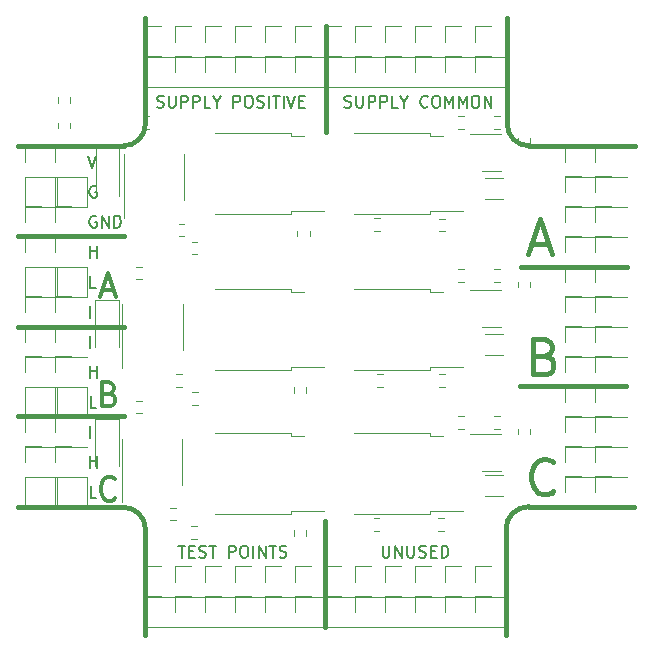
<source format=gbr>
%TF.GenerationSoftware,KiCad,Pcbnew,7.0.5*%
%TF.CreationDate,2024-12-02T20:01:48-05:00*%
%TF.ProjectId,eddie_bldc,65646469-655f-4626-9c64-632e6b696361,rev?*%
%TF.SameCoordinates,Original*%
%TF.FileFunction,Legend,Top*%
%TF.FilePolarity,Positive*%
%FSLAX46Y46*%
G04 Gerber Fmt 4.6, Leading zero omitted, Abs format (unit mm)*
G04 Created by KiCad (PCBNEW 7.0.5) date 2024-12-02 20:01:48*
%MOMM*%
%LPD*%
G01*
G04 APERTURE LIST*
%ADD10C,0.450000*%
%ADD11C,0.150000*%
%ADD12C,0.300000*%
%ADD13C,0.120000*%
G04 APERTURE END LIST*
D10*
X21530243Y-53975000D02*
G75*
G03*
X19685000Y-52129757I-1845243J0D01*
G01*
X53975000Y-52070000D02*
G75*
G03*
X52070000Y-53975000I0J-1905000D01*
G01*
X52164326Y-19685000D02*
G75*
G03*
X54010301Y-21530975I1845975J0D01*
G01*
X19685000Y-21530243D02*
G75*
G03*
X21530243Y-19685000I0J1845243D01*
G01*
D11*
X24323922Y-55384819D02*
X24895350Y-55384819D01*
X24609636Y-56384819D02*
X24609636Y-55384819D01*
X25228684Y-55861009D02*
X25562017Y-55861009D01*
X25704874Y-56384819D02*
X25228684Y-56384819D01*
X25228684Y-56384819D02*
X25228684Y-55384819D01*
X25228684Y-55384819D02*
X25704874Y-55384819D01*
X26085827Y-56337200D02*
X26228684Y-56384819D01*
X26228684Y-56384819D02*
X26466779Y-56384819D01*
X26466779Y-56384819D02*
X26562017Y-56337200D01*
X26562017Y-56337200D02*
X26609636Y-56289580D01*
X26609636Y-56289580D02*
X26657255Y-56194342D01*
X26657255Y-56194342D02*
X26657255Y-56099104D01*
X26657255Y-56099104D02*
X26609636Y-56003866D01*
X26609636Y-56003866D02*
X26562017Y-55956247D01*
X26562017Y-55956247D02*
X26466779Y-55908628D01*
X26466779Y-55908628D02*
X26276303Y-55861009D01*
X26276303Y-55861009D02*
X26181065Y-55813390D01*
X26181065Y-55813390D02*
X26133446Y-55765771D01*
X26133446Y-55765771D02*
X26085827Y-55670533D01*
X26085827Y-55670533D02*
X26085827Y-55575295D01*
X26085827Y-55575295D02*
X26133446Y-55480057D01*
X26133446Y-55480057D02*
X26181065Y-55432438D01*
X26181065Y-55432438D02*
X26276303Y-55384819D01*
X26276303Y-55384819D02*
X26514398Y-55384819D01*
X26514398Y-55384819D02*
X26657255Y-55432438D01*
X26942970Y-55384819D02*
X27514398Y-55384819D01*
X27228684Y-56384819D02*
X27228684Y-55384819D01*
X28609637Y-56384819D02*
X28609637Y-55384819D01*
X28609637Y-55384819D02*
X28990589Y-55384819D01*
X28990589Y-55384819D02*
X29085827Y-55432438D01*
X29085827Y-55432438D02*
X29133446Y-55480057D01*
X29133446Y-55480057D02*
X29181065Y-55575295D01*
X29181065Y-55575295D02*
X29181065Y-55718152D01*
X29181065Y-55718152D02*
X29133446Y-55813390D01*
X29133446Y-55813390D02*
X29085827Y-55861009D01*
X29085827Y-55861009D02*
X28990589Y-55908628D01*
X28990589Y-55908628D02*
X28609637Y-55908628D01*
X29800113Y-55384819D02*
X29990589Y-55384819D01*
X29990589Y-55384819D02*
X30085827Y-55432438D01*
X30085827Y-55432438D02*
X30181065Y-55527676D01*
X30181065Y-55527676D02*
X30228684Y-55718152D01*
X30228684Y-55718152D02*
X30228684Y-56051485D01*
X30228684Y-56051485D02*
X30181065Y-56241961D01*
X30181065Y-56241961D02*
X30085827Y-56337200D01*
X30085827Y-56337200D02*
X29990589Y-56384819D01*
X29990589Y-56384819D02*
X29800113Y-56384819D01*
X29800113Y-56384819D02*
X29704875Y-56337200D01*
X29704875Y-56337200D02*
X29609637Y-56241961D01*
X29609637Y-56241961D02*
X29562018Y-56051485D01*
X29562018Y-56051485D02*
X29562018Y-55718152D01*
X29562018Y-55718152D02*
X29609637Y-55527676D01*
X29609637Y-55527676D02*
X29704875Y-55432438D01*
X29704875Y-55432438D02*
X29800113Y-55384819D01*
X30657256Y-56384819D02*
X30657256Y-55384819D01*
X31133446Y-56384819D02*
X31133446Y-55384819D01*
X31133446Y-55384819D02*
X31704874Y-56384819D01*
X31704874Y-56384819D02*
X31704874Y-55384819D01*
X32038208Y-55384819D02*
X32609636Y-55384819D01*
X32323922Y-56384819D02*
X32323922Y-55384819D01*
X32895351Y-56337200D02*
X33038208Y-56384819D01*
X33038208Y-56384819D02*
X33276303Y-56384819D01*
X33276303Y-56384819D02*
X33371541Y-56337200D01*
X33371541Y-56337200D02*
X33419160Y-56289580D01*
X33419160Y-56289580D02*
X33466779Y-56194342D01*
X33466779Y-56194342D02*
X33466779Y-56099104D01*
X33466779Y-56099104D02*
X33419160Y-56003866D01*
X33419160Y-56003866D02*
X33371541Y-55956247D01*
X33371541Y-55956247D02*
X33276303Y-55908628D01*
X33276303Y-55908628D02*
X33085827Y-55861009D01*
X33085827Y-55861009D02*
X32990589Y-55813390D01*
X32990589Y-55813390D02*
X32942970Y-55765771D01*
X32942970Y-55765771D02*
X32895351Y-55670533D01*
X32895351Y-55670533D02*
X32895351Y-55575295D01*
X32895351Y-55575295D02*
X32942970Y-55480057D01*
X32942970Y-55480057D02*
X32990589Y-55432438D01*
X32990589Y-55432438D02*
X33085827Y-55384819D01*
X33085827Y-55384819D02*
X33323922Y-55384819D01*
X33323922Y-55384819D02*
X33466779Y-55432438D01*
X41611779Y-55384819D02*
X41611779Y-56194342D01*
X41611779Y-56194342D02*
X41659398Y-56289580D01*
X41659398Y-56289580D02*
X41707017Y-56337200D01*
X41707017Y-56337200D02*
X41802255Y-56384819D01*
X41802255Y-56384819D02*
X41992731Y-56384819D01*
X41992731Y-56384819D02*
X42087969Y-56337200D01*
X42087969Y-56337200D02*
X42135588Y-56289580D01*
X42135588Y-56289580D02*
X42183207Y-56194342D01*
X42183207Y-56194342D02*
X42183207Y-55384819D01*
X42659398Y-56384819D02*
X42659398Y-55384819D01*
X42659398Y-55384819D02*
X43230826Y-56384819D01*
X43230826Y-56384819D02*
X43230826Y-55384819D01*
X43707017Y-55384819D02*
X43707017Y-56194342D01*
X43707017Y-56194342D02*
X43754636Y-56289580D01*
X43754636Y-56289580D02*
X43802255Y-56337200D01*
X43802255Y-56337200D02*
X43897493Y-56384819D01*
X43897493Y-56384819D02*
X44087969Y-56384819D01*
X44087969Y-56384819D02*
X44183207Y-56337200D01*
X44183207Y-56337200D02*
X44230826Y-56289580D01*
X44230826Y-56289580D02*
X44278445Y-56194342D01*
X44278445Y-56194342D02*
X44278445Y-55384819D01*
X44707017Y-56337200D02*
X44849874Y-56384819D01*
X44849874Y-56384819D02*
X45087969Y-56384819D01*
X45087969Y-56384819D02*
X45183207Y-56337200D01*
X45183207Y-56337200D02*
X45230826Y-56289580D01*
X45230826Y-56289580D02*
X45278445Y-56194342D01*
X45278445Y-56194342D02*
X45278445Y-56099104D01*
X45278445Y-56099104D02*
X45230826Y-56003866D01*
X45230826Y-56003866D02*
X45183207Y-55956247D01*
X45183207Y-55956247D02*
X45087969Y-55908628D01*
X45087969Y-55908628D02*
X44897493Y-55861009D01*
X44897493Y-55861009D02*
X44802255Y-55813390D01*
X44802255Y-55813390D02*
X44754636Y-55765771D01*
X44754636Y-55765771D02*
X44707017Y-55670533D01*
X44707017Y-55670533D02*
X44707017Y-55575295D01*
X44707017Y-55575295D02*
X44754636Y-55480057D01*
X44754636Y-55480057D02*
X44802255Y-55432438D01*
X44802255Y-55432438D02*
X44897493Y-55384819D01*
X44897493Y-55384819D02*
X45135588Y-55384819D01*
X45135588Y-55384819D02*
X45278445Y-55432438D01*
X45707017Y-55861009D02*
X46040350Y-55861009D01*
X46183207Y-56384819D02*
X45707017Y-56384819D01*
X45707017Y-56384819D02*
X45707017Y-55384819D01*
X45707017Y-55384819D02*
X46183207Y-55384819D01*
X46611779Y-56384819D02*
X46611779Y-55384819D01*
X46611779Y-55384819D02*
X46849874Y-55384819D01*
X46849874Y-55384819D02*
X46992731Y-55432438D01*
X46992731Y-55432438D02*
X47087969Y-55527676D01*
X47087969Y-55527676D02*
X47135588Y-55622914D01*
X47135588Y-55622914D02*
X47183207Y-55813390D01*
X47183207Y-55813390D02*
X47183207Y-55956247D01*
X47183207Y-55956247D02*
X47135588Y-56146723D01*
X47135588Y-56146723D02*
X47087969Y-56241961D01*
X47087969Y-56241961D02*
X46992731Y-56337200D01*
X46992731Y-56337200D02*
X46849874Y-56384819D01*
X46849874Y-56384819D02*
X46611779Y-56384819D01*
D10*
X52070000Y-53975000D02*
X52070000Y-62925000D01*
X36770000Y-53280000D02*
X36770000Y-62230000D01*
X21530243Y-53975000D02*
X21530243Y-62925000D01*
D12*
X18971389Y-51378678D02*
X18876151Y-51473917D01*
X18876151Y-51473917D02*
X18590437Y-51569155D01*
X18590437Y-51569155D02*
X18399961Y-51569155D01*
X18399961Y-51569155D02*
X18114246Y-51473917D01*
X18114246Y-51473917D02*
X17923770Y-51283440D01*
X17923770Y-51283440D02*
X17828532Y-51092964D01*
X17828532Y-51092964D02*
X17733294Y-50712012D01*
X17733294Y-50712012D02*
X17733294Y-50426297D01*
X17733294Y-50426297D02*
X17828532Y-50045345D01*
X17828532Y-50045345D02*
X17923770Y-49854869D01*
X17923770Y-49854869D02*
X18114246Y-49664393D01*
X18114246Y-49664393D02*
X18399961Y-49569155D01*
X18399961Y-49569155D02*
X18590437Y-49569155D01*
X18590437Y-49569155D02*
X18876151Y-49664393D01*
X18876151Y-49664393D02*
X18971389Y-49759631D01*
X18485225Y-42507019D02*
X18770939Y-42602257D01*
X18770939Y-42602257D02*
X18866177Y-42697495D01*
X18866177Y-42697495D02*
X18961415Y-42887971D01*
X18961415Y-42887971D02*
X18961415Y-43173685D01*
X18961415Y-43173685D02*
X18866177Y-43364161D01*
X18866177Y-43364161D02*
X18770939Y-43459400D01*
X18770939Y-43459400D02*
X18580463Y-43554638D01*
X18580463Y-43554638D02*
X17818558Y-43554638D01*
X17818558Y-43554638D02*
X17818558Y-41554638D01*
X17818558Y-41554638D02*
X18485225Y-41554638D01*
X18485225Y-41554638D02*
X18675701Y-41649876D01*
X18675701Y-41649876D02*
X18770939Y-41745114D01*
X18770939Y-41745114D02*
X18866177Y-41935590D01*
X18866177Y-41935590D02*
X18866177Y-42126066D01*
X18866177Y-42126066D02*
X18770939Y-42316542D01*
X18770939Y-42316542D02*
X18675701Y-42411780D01*
X18675701Y-42411780D02*
X18485225Y-42507019D01*
X18485225Y-42507019D02*
X17818558Y-42507019D01*
X17871973Y-33722400D02*
X18824354Y-33722400D01*
X17681497Y-34293829D02*
X18348163Y-32293829D01*
X18348163Y-32293829D02*
X19014830Y-34293829D01*
D11*
X16846779Y-46224819D02*
X16846779Y-45224819D01*
X17382969Y-51304819D02*
X16906779Y-51304819D01*
X16906779Y-51304819D02*
X16906779Y-50304819D01*
X16846779Y-48764819D02*
X16846779Y-47764819D01*
X16846779Y-48241009D02*
X17418207Y-48241009D01*
X17418207Y-48764819D02*
X17418207Y-47764819D01*
X17382969Y-43684819D02*
X16906779Y-43684819D01*
X16906779Y-43684819D02*
X16906779Y-42684819D01*
X16846779Y-41144819D02*
X16846779Y-40144819D01*
X16846779Y-40621009D02*
X17418207Y-40621009D01*
X17418207Y-41144819D02*
X17418207Y-40144819D01*
X16846779Y-38604819D02*
X16846779Y-37604819D01*
X16846779Y-36064819D02*
X16846779Y-35064819D01*
X17322969Y-33524819D02*
X16846779Y-33524819D01*
X16846779Y-33524819D02*
X16846779Y-32524819D01*
X16846779Y-30984819D02*
X16846779Y-29984819D01*
X16846779Y-30461009D02*
X17418207Y-30461009D01*
X17418207Y-30984819D02*
X17418207Y-29984819D01*
X17370588Y-27492438D02*
X17275350Y-27444819D01*
X17275350Y-27444819D02*
X17132493Y-27444819D01*
X17132493Y-27444819D02*
X16989636Y-27492438D01*
X16989636Y-27492438D02*
X16894398Y-27587676D01*
X16894398Y-27587676D02*
X16846779Y-27682914D01*
X16846779Y-27682914D02*
X16799160Y-27873390D01*
X16799160Y-27873390D02*
X16799160Y-28016247D01*
X16799160Y-28016247D02*
X16846779Y-28206723D01*
X16846779Y-28206723D02*
X16894398Y-28301961D01*
X16894398Y-28301961D02*
X16989636Y-28397200D01*
X16989636Y-28397200D02*
X17132493Y-28444819D01*
X17132493Y-28444819D02*
X17227731Y-28444819D01*
X17227731Y-28444819D02*
X17370588Y-28397200D01*
X17370588Y-28397200D02*
X17418207Y-28349580D01*
X17418207Y-28349580D02*
X17418207Y-28016247D01*
X17418207Y-28016247D02*
X17227731Y-28016247D01*
X17846779Y-28444819D02*
X17846779Y-27444819D01*
X17846779Y-27444819D02*
X18418207Y-28444819D01*
X18418207Y-28444819D02*
X18418207Y-27444819D01*
X18894398Y-28444819D02*
X18894398Y-27444819D01*
X18894398Y-27444819D02*
X19132493Y-27444819D01*
X19132493Y-27444819D02*
X19275350Y-27492438D01*
X19275350Y-27492438D02*
X19370588Y-27587676D01*
X19370588Y-27587676D02*
X19418207Y-27682914D01*
X19418207Y-27682914D02*
X19465826Y-27873390D01*
X19465826Y-27873390D02*
X19465826Y-28016247D01*
X19465826Y-28016247D02*
X19418207Y-28206723D01*
X19418207Y-28206723D02*
X19370588Y-28301961D01*
X19370588Y-28301961D02*
X19275350Y-28397200D01*
X19275350Y-28397200D02*
X19132493Y-28444819D01*
X19132493Y-28444819D02*
X18894398Y-28444819D01*
X17370588Y-24952438D02*
X17275350Y-24904819D01*
X17275350Y-24904819D02*
X17132493Y-24904819D01*
X17132493Y-24904819D02*
X16989636Y-24952438D01*
X16989636Y-24952438D02*
X16894398Y-25047676D01*
X16894398Y-25047676D02*
X16846779Y-25142914D01*
X16846779Y-25142914D02*
X16799160Y-25333390D01*
X16799160Y-25333390D02*
X16799160Y-25476247D01*
X16799160Y-25476247D02*
X16846779Y-25666723D01*
X16846779Y-25666723D02*
X16894398Y-25761961D01*
X16894398Y-25761961D02*
X16989636Y-25857200D01*
X16989636Y-25857200D02*
X17132493Y-25904819D01*
X17132493Y-25904819D02*
X17227731Y-25904819D01*
X17227731Y-25904819D02*
X17370588Y-25857200D01*
X17370588Y-25857200D02*
X17418207Y-25809580D01*
X17418207Y-25809580D02*
X17418207Y-25476247D01*
X17418207Y-25476247D02*
X17227731Y-25476247D01*
X16703922Y-22364819D02*
X17037255Y-23364819D01*
X17037255Y-23364819D02*
X17370588Y-22364819D01*
D10*
X19715000Y-52130000D02*
X10765000Y-52130000D01*
X19715000Y-44390000D02*
X10765000Y-44390000D01*
X19715000Y-36890000D02*
X10765000Y-36890000D01*
X19715000Y-29150000D02*
X10765000Y-29150000D01*
X19715000Y-21530000D02*
X10765000Y-21530000D01*
X52164326Y-10735000D02*
X52164326Y-19685000D01*
X21530243Y-19685000D02*
X21530243Y-10735000D01*
X36830000Y-11400000D02*
X36830000Y-20350000D01*
X62925000Y-52070000D02*
X53975000Y-52070000D01*
X62230000Y-41850000D02*
X53280000Y-41850000D01*
X62960301Y-21530975D02*
X54010301Y-21530975D01*
X62290000Y-31810000D02*
X53340000Y-31810000D01*
X56064623Y-50758742D02*
X55921766Y-50901600D01*
X55921766Y-50901600D02*
X55493194Y-51044457D01*
X55493194Y-51044457D02*
X55207480Y-51044457D01*
X55207480Y-51044457D02*
X54778909Y-50901600D01*
X54778909Y-50901600D02*
X54493194Y-50615885D01*
X54493194Y-50615885D02*
X54350337Y-50330171D01*
X54350337Y-50330171D02*
X54207480Y-49758742D01*
X54207480Y-49758742D02*
X54207480Y-49330171D01*
X54207480Y-49330171D02*
X54350337Y-48758742D01*
X54350337Y-48758742D02*
X54493194Y-48473028D01*
X54493194Y-48473028D02*
X54778909Y-48187314D01*
X54778909Y-48187314D02*
X55207480Y-48044457D01*
X55207480Y-48044457D02*
X55493194Y-48044457D01*
X55493194Y-48044457D02*
X55921766Y-48187314D01*
X55921766Y-48187314D02*
X56064623Y-48330171D01*
X55350337Y-39313028D02*
X55778909Y-39455885D01*
X55778909Y-39455885D02*
X55921766Y-39598742D01*
X55921766Y-39598742D02*
X56064623Y-39884457D01*
X56064623Y-39884457D02*
X56064623Y-40313028D01*
X56064623Y-40313028D02*
X55921766Y-40598742D01*
X55921766Y-40598742D02*
X55778909Y-40741600D01*
X55778909Y-40741600D02*
X55493194Y-40884457D01*
X55493194Y-40884457D02*
X54350337Y-40884457D01*
X54350337Y-40884457D02*
X54350337Y-37884457D01*
X54350337Y-37884457D02*
X55350337Y-37884457D01*
X55350337Y-37884457D02*
X55636052Y-38027314D01*
X55636052Y-38027314D02*
X55778909Y-38170171D01*
X55778909Y-38170171D02*
X55921766Y-38455885D01*
X55921766Y-38455885D02*
X55921766Y-38741600D01*
X55921766Y-38741600D02*
X55778909Y-39027314D01*
X55778909Y-39027314D02*
X55636052Y-39170171D01*
X55636052Y-39170171D02*
X55350337Y-39313028D01*
X55350337Y-39313028D02*
X54350337Y-39313028D01*
X54207480Y-29867314D02*
X55636052Y-29867314D01*
X53921766Y-30724457D02*
X54921766Y-27724457D01*
X54921766Y-27724457D02*
X55921766Y-30724457D01*
D11*
X38389160Y-18237200D02*
X38532017Y-18284819D01*
X38532017Y-18284819D02*
X38770112Y-18284819D01*
X38770112Y-18284819D02*
X38865350Y-18237200D01*
X38865350Y-18237200D02*
X38912969Y-18189580D01*
X38912969Y-18189580D02*
X38960588Y-18094342D01*
X38960588Y-18094342D02*
X38960588Y-17999104D01*
X38960588Y-17999104D02*
X38912969Y-17903866D01*
X38912969Y-17903866D02*
X38865350Y-17856247D01*
X38865350Y-17856247D02*
X38770112Y-17808628D01*
X38770112Y-17808628D02*
X38579636Y-17761009D01*
X38579636Y-17761009D02*
X38484398Y-17713390D01*
X38484398Y-17713390D02*
X38436779Y-17665771D01*
X38436779Y-17665771D02*
X38389160Y-17570533D01*
X38389160Y-17570533D02*
X38389160Y-17475295D01*
X38389160Y-17475295D02*
X38436779Y-17380057D01*
X38436779Y-17380057D02*
X38484398Y-17332438D01*
X38484398Y-17332438D02*
X38579636Y-17284819D01*
X38579636Y-17284819D02*
X38817731Y-17284819D01*
X38817731Y-17284819D02*
X38960588Y-17332438D01*
X39389160Y-17284819D02*
X39389160Y-18094342D01*
X39389160Y-18094342D02*
X39436779Y-18189580D01*
X39436779Y-18189580D02*
X39484398Y-18237200D01*
X39484398Y-18237200D02*
X39579636Y-18284819D01*
X39579636Y-18284819D02*
X39770112Y-18284819D01*
X39770112Y-18284819D02*
X39865350Y-18237200D01*
X39865350Y-18237200D02*
X39912969Y-18189580D01*
X39912969Y-18189580D02*
X39960588Y-18094342D01*
X39960588Y-18094342D02*
X39960588Y-17284819D01*
X40436779Y-18284819D02*
X40436779Y-17284819D01*
X40436779Y-17284819D02*
X40817731Y-17284819D01*
X40817731Y-17284819D02*
X40912969Y-17332438D01*
X40912969Y-17332438D02*
X40960588Y-17380057D01*
X40960588Y-17380057D02*
X41008207Y-17475295D01*
X41008207Y-17475295D02*
X41008207Y-17618152D01*
X41008207Y-17618152D02*
X40960588Y-17713390D01*
X40960588Y-17713390D02*
X40912969Y-17761009D01*
X40912969Y-17761009D02*
X40817731Y-17808628D01*
X40817731Y-17808628D02*
X40436779Y-17808628D01*
X41436779Y-18284819D02*
X41436779Y-17284819D01*
X41436779Y-17284819D02*
X41817731Y-17284819D01*
X41817731Y-17284819D02*
X41912969Y-17332438D01*
X41912969Y-17332438D02*
X41960588Y-17380057D01*
X41960588Y-17380057D02*
X42008207Y-17475295D01*
X42008207Y-17475295D02*
X42008207Y-17618152D01*
X42008207Y-17618152D02*
X41960588Y-17713390D01*
X41960588Y-17713390D02*
X41912969Y-17761009D01*
X41912969Y-17761009D02*
X41817731Y-17808628D01*
X41817731Y-17808628D02*
X41436779Y-17808628D01*
X42912969Y-18284819D02*
X42436779Y-18284819D01*
X42436779Y-18284819D02*
X42436779Y-17284819D01*
X43436779Y-17808628D02*
X43436779Y-18284819D01*
X43103446Y-17284819D02*
X43436779Y-17808628D01*
X43436779Y-17808628D02*
X43770112Y-17284819D01*
X45436779Y-18189580D02*
X45389160Y-18237200D01*
X45389160Y-18237200D02*
X45246303Y-18284819D01*
X45246303Y-18284819D02*
X45151065Y-18284819D01*
X45151065Y-18284819D02*
X45008208Y-18237200D01*
X45008208Y-18237200D02*
X44912970Y-18141961D01*
X44912970Y-18141961D02*
X44865351Y-18046723D01*
X44865351Y-18046723D02*
X44817732Y-17856247D01*
X44817732Y-17856247D02*
X44817732Y-17713390D01*
X44817732Y-17713390D02*
X44865351Y-17522914D01*
X44865351Y-17522914D02*
X44912970Y-17427676D01*
X44912970Y-17427676D02*
X45008208Y-17332438D01*
X45008208Y-17332438D02*
X45151065Y-17284819D01*
X45151065Y-17284819D02*
X45246303Y-17284819D01*
X45246303Y-17284819D02*
X45389160Y-17332438D01*
X45389160Y-17332438D02*
X45436779Y-17380057D01*
X46055827Y-17284819D02*
X46246303Y-17284819D01*
X46246303Y-17284819D02*
X46341541Y-17332438D01*
X46341541Y-17332438D02*
X46436779Y-17427676D01*
X46436779Y-17427676D02*
X46484398Y-17618152D01*
X46484398Y-17618152D02*
X46484398Y-17951485D01*
X46484398Y-17951485D02*
X46436779Y-18141961D01*
X46436779Y-18141961D02*
X46341541Y-18237200D01*
X46341541Y-18237200D02*
X46246303Y-18284819D01*
X46246303Y-18284819D02*
X46055827Y-18284819D01*
X46055827Y-18284819D02*
X45960589Y-18237200D01*
X45960589Y-18237200D02*
X45865351Y-18141961D01*
X45865351Y-18141961D02*
X45817732Y-17951485D01*
X45817732Y-17951485D02*
X45817732Y-17618152D01*
X45817732Y-17618152D02*
X45865351Y-17427676D01*
X45865351Y-17427676D02*
X45960589Y-17332438D01*
X45960589Y-17332438D02*
X46055827Y-17284819D01*
X46912970Y-18284819D02*
X46912970Y-17284819D01*
X46912970Y-17284819D02*
X47246303Y-17999104D01*
X47246303Y-17999104D02*
X47579636Y-17284819D01*
X47579636Y-17284819D02*
X47579636Y-18284819D01*
X48055827Y-18284819D02*
X48055827Y-17284819D01*
X48055827Y-17284819D02*
X48389160Y-17999104D01*
X48389160Y-17999104D02*
X48722493Y-17284819D01*
X48722493Y-17284819D02*
X48722493Y-18284819D01*
X49389160Y-17284819D02*
X49579636Y-17284819D01*
X49579636Y-17284819D02*
X49674874Y-17332438D01*
X49674874Y-17332438D02*
X49770112Y-17427676D01*
X49770112Y-17427676D02*
X49817731Y-17618152D01*
X49817731Y-17618152D02*
X49817731Y-17951485D01*
X49817731Y-17951485D02*
X49770112Y-18141961D01*
X49770112Y-18141961D02*
X49674874Y-18237200D01*
X49674874Y-18237200D02*
X49579636Y-18284819D01*
X49579636Y-18284819D02*
X49389160Y-18284819D01*
X49389160Y-18284819D02*
X49293922Y-18237200D01*
X49293922Y-18237200D02*
X49198684Y-18141961D01*
X49198684Y-18141961D02*
X49151065Y-17951485D01*
X49151065Y-17951485D02*
X49151065Y-17618152D01*
X49151065Y-17618152D02*
X49198684Y-17427676D01*
X49198684Y-17427676D02*
X49293922Y-17332438D01*
X49293922Y-17332438D02*
X49389160Y-17284819D01*
X50246303Y-18284819D02*
X50246303Y-17284819D01*
X50246303Y-17284819D02*
X50817731Y-18284819D01*
X50817731Y-18284819D02*
X50817731Y-17284819D01*
X22514160Y-18237200D02*
X22657017Y-18284819D01*
X22657017Y-18284819D02*
X22895112Y-18284819D01*
X22895112Y-18284819D02*
X22990350Y-18237200D01*
X22990350Y-18237200D02*
X23037969Y-18189580D01*
X23037969Y-18189580D02*
X23085588Y-18094342D01*
X23085588Y-18094342D02*
X23085588Y-17999104D01*
X23085588Y-17999104D02*
X23037969Y-17903866D01*
X23037969Y-17903866D02*
X22990350Y-17856247D01*
X22990350Y-17856247D02*
X22895112Y-17808628D01*
X22895112Y-17808628D02*
X22704636Y-17761009D01*
X22704636Y-17761009D02*
X22609398Y-17713390D01*
X22609398Y-17713390D02*
X22561779Y-17665771D01*
X22561779Y-17665771D02*
X22514160Y-17570533D01*
X22514160Y-17570533D02*
X22514160Y-17475295D01*
X22514160Y-17475295D02*
X22561779Y-17380057D01*
X22561779Y-17380057D02*
X22609398Y-17332438D01*
X22609398Y-17332438D02*
X22704636Y-17284819D01*
X22704636Y-17284819D02*
X22942731Y-17284819D01*
X22942731Y-17284819D02*
X23085588Y-17332438D01*
X23514160Y-17284819D02*
X23514160Y-18094342D01*
X23514160Y-18094342D02*
X23561779Y-18189580D01*
X23561779Y-18189580D02*
X23609398Y-18237200D01*
X23609398Y-18237200D02*
X23704636Y-18284819D01*
X23704636Y-18284819D02*
X23895112Y-18284819D01*
X23895112Y-18284819D02*
X23990350Y-18237200D01*
X23990350Y-18237200D02*
X24037969Y-18189580D01*
X24037969Y-18189580D02*
X24085588Y-18094342D01*
X24085588Y-18094342D02*
X24085588Y-17284819D01*
X24561779Y-18284819D02*
X24561779Y-17284819D01*
X24561779Y-17284819D02*
X24942731Y-17284819D01*
X24942731Y-17284819D02*
X25037969Y-17332438D01*
X25037969Y-17332438D02*
X25085588Y-17380057D01*
X25085588Y-17380057D02*
X25133207Y-17475295D01*
X25133207Y-17475295D02*
X25133207Y-17618152D01*
X25133207Y-17618152D02*
X25085588Y-17713390D01*
X25085588Y-17713390D02*
X25037969Y-17761009D01*
X25037969Y-17761009D02*
X24942731Y-17808628D01*
X24942731Y-17808628D02*
X24561779Y-17808628D01*
X25561779Y-18284819D02*
X25561779Y-17284819D01*
X25561779Y-17284819D02*
X25942731Y-17284819D01*
X25942731Y-17284819D02*
X26037969Y-17332438D01*
X26037969Y-17332438D02*
X26085588Y-17380057D01*
X26085588Y-17380057D02*
X26133207Y-17475295D01*
X26133207Y-17475295D02*
X26133207Y-17618152D01*
X26133207Y-17618152D02*
X26085588Y-17713390D01*
X26085588Y-17713390D02*
X26037969Y-17761009D01*
X26037969Y-17761009D02*
X25942731Y-17808628D01*
X25942731Y-17808628D02*
X25561779Y-17808628D01*
X27037969Y-18284819D02*
X26561779Y-18284819D01*
X26561779Y-18284819D02*
X26561779Y-17284819D01*
X27561779Y-17808628D02*
X27561779Y-18284819D01*
X27228446Y-17284819D02*
X27561779Y-17808628D01*
X27561779Y-17808628D02*
X27895112Y-17284819D01*
X28990351Y-18284819D02*
X28990351Y-17284819D01*
X28990351Y-17284819D02*
X29371303Y-17284819D01*
X29371303Y-17284819D02*
X29466541Y-17332438D01*
X29466541Y-17332438D02*
X29514160Y-17380057D01*
X29514160Y-17380057D02*
X29561779Y-17475295D01*
X29561779Y-17475295D02*
X29561779Y-17618152D01*
X29561779Y-17618152D02*
X29514160Y-17713390D01*
X29514160Y-17713390D02*
X29466541Y-17761009D01*
X29466541Y-17761009D02*
X29371303Y-17808628D01*
X29371303Y-17808628D02*
X28990351Y-17808628D01*
X30180827Y-17284819D02*
X30371303Y-17284819D01*
X30371303Y-17284819D02*
X30466541Y-17332438D01*
X30466541Y-17332438D02*
X30561779Y-17427676D01*
X30561779Y-17427676D02*
X30609398Y-17618152D01*
X30609398Y-17618152D02*
X30609398Y-17951485D01*
X30609398Y-17951485D02*
X30561779Y-18141961D01*
X30561779Y-18141961D02*
X30466541Y-18237200D01*
X30466541Y-18237200D02*
X30371303Y-18284819D01*
X30371303Y-18284819D02*
X30180827Y-18284819D01*
X30180827Y-18284819D02*
X30085589Y-18237200D01*
X30085589Y-18237200D02*
X29990351Y-18141961D01*
X29990351Y-18141961D02*
X29942732Y-17951485D01*
X29942732Y-17951485D02*
X29942732Y-17618152D01*
X29942732Y-17618152D02*
X29990351Y-17427676D01*
X29990351Y-17427676D02*
X30085589Y-17332438D01*
X30085589Y-17332438D02*
X30180827Y-17284819D01*
X30990351Y-18237200D02*
X31133208Y-18284819D01*
X31133208Y-18284819D02*
X31371303Y-18284819D01*
X31371303Y-18284819D02*
X31466541Y-18237200D01*
X31466541Y-18237200D02*
X31514160Y-18189580D01*
X31514160Y-18189580D02*
X31561779Y-18094342D01*
X31561779Y-18094342D02*
X31561779Y-17999104D01*
X31561779Y-17999104D02*
X31514160Y-17903866D01*
X31514160Y-17903866D02*
X31466541Y-17856247D01*
X31466541Y-17856247D02*
X31371303Y-17808628D01*
X31371303Y-17808628D02*
X31180827Y-17761009D01*
X31180827Y-17761009D02*
X31085589Y-17713390D01*
X31085589Y-17713390D02*
X31037970Y-17665771D01*
X31037970Y-17665771D02*
X30990351Y-17570533D01*
X30990351Y-17570533D02*
X30990351Y-17475295D01*
X30990351Y-17475295D02*
X31037970Y-17380057D01*
X31037970Y-17380057D02*
X31085589Y-17332438D01*
X31085589Y-17332438D02*
X31180827Y-17284819D01*
X31180827Y-17284819D02*
X31418922Y-17284819D01*
X31418922Y-17284819D02*
X31561779Y-17332438D01*
X31990351Y-18284819D02*
X31990351Y-17284819D01*
X32323684Y-17284819D02*
X32895112Y-17284819D01*
X32609398Y-18284819D02*
X32609398Y-17284819D01*
X33228446Y-18284819D02*
X33228446Y-17284819D01*
X33561779Y-17284819D02*
X33895112Y-18284819D01*
X33895112Y-18284819D02*
X34228445Y-17284819D01*
X34561779Y-17761009D02*
X34895112Y-17761009D01*
X35037969Y-18284819D02*
X34561779Y-18284819D01*
X34561779Y-18284819D02*
X34561779Y-17284819D01*
X34561779Y-17284819D02*
X35037969Y-17284819D01*
D13*
%TO.C,J17*%
X34230000Y-59630000D02*
X35560000Y-59630000D01*
X34230000Y-60960000D02*
X34230000Y-59630000D01*
X34230000Y-62230000D02*
X34230000Y-62290000D01*
X34230000Y-62230000D02*
X36890000Y-62230000D01*
X34230000Y-62290000D02*
X36890000Y-62290000D01*
X36890000Y-62230000D02*
X36890000Y-62290000D01*
%TO.C,J16*%
X24070000Y-59630000D02*
X25400000Y-59630000D01*
X24070000Y-60960000D02*
X24070000Y-59630000D01*
X24070000Y-62230000D02*
X24070000Y-62290000D01*
X24070000Y-62230000D02*
X26730000Y-62230000D01*
X24070000Y-62290000D02*
X26730000Y-62290000D01*
X26730000Y-62230000D02*
X26730000Y-62290000D01*
X26610000Y-59630000D02*
X27940000Y-59630000D01*
X26610000Y-60960000D02*
X26610000Y-59630000D01*
X26610000Y-62230000D02*
X26610000Y-62290000D01*
X26610000Y-62230000D02*
X29270000Y-62230000D01*
X26610000Y-62290000D02*
X29270000Y-62290000D01*
X29270000Y-62230000D02*
X29270000Y-62290000D01*
%TO.C,J18*%
X41850000Y-59630000D02*
X43180000Y-59630000D01*
X41850000Y-60960000D02*
X41850000Y-59630000D01*
X41850000Y-62230000D02*
X41850000Y-62290000D01*
X41850000Y-62230000D02*
X44510000Y-62230000D01*
X41850000Y-62290000D02*
X44510000Y-62290000D01*
X44510000Y-62230000D02*
X44510000Y-62290000D01*
%TO.C,J16*%
X29150000Y-59630000D02*
X30480000Y-59630000D01*
X29150000Y-60960000D02*
X29150000Y-59630000D01*
X29150000Y-62230000D02*
X29150000Y-62290000D01*
X29150000Y-62230000D02*
X31810000Y-62230000D01*
X29150000Y-62290000D02*
X31810000Y-62290000D01*
X31810000Y-62230000D02*
X31810000Y-62290000D01*
X21530000Y-59630000D02*
X22860000Y-59630000D01*
X21530000Y-60960000D02*
X21530000Y-59630000D01*
X21530000Y-62230000D02*
X21530000Y-62290000D01*
X21530000Y-62230000D02*
X24190000Y-62230000D01*
X21530000Y-62290000D02*
X24190000Y-62290000D01*
X24190000Y-62230000D02*
X24190000Y-62290000D01*
%TO.C,J17*%
X39310000Y-59630000D02*
X40640000Y-59630000D01*
X39310000Y-60960000D02*
X39310000Y-59630000D01*
X39310000Y-62230000D02*
X39310000Y-62290000D01*
X39310000Y-62230000D02*
X41970000Y-62230000D01*
X39310000Y-62290000D02*
X41970000Y-62290000D01*
X41970000Y-62230000D02*
X41970000Y-62290000D01*
X31690000Y-59630000D02*
X33020000Y-59630000D01*
X31690000Y-60960000D02*
X31690000Y-59630000D01*
X31690000Y-62230000D02*
X31690000Y-62290000D01*
X31690000Y-62230000D02*
X34350000Y-62230000D01*
X31690000Y-62290000D02*
X34350000Y-62290000D01*
X34350000Y-62230000D02*
X34350000Y-62290000D01*
%TO.C,J18*%
X46930000Y-59630000D02*
X48260000Y-59630000D01*
X46930000Y-60960000D02*
X46930000Y-59630000D01*
X46930000Y-62230000D02*
X46930000Y-62290000D01*
X46930000Y-62230000D02*
X49590000Y-62230000D01*
X46930000Y-62290000D02*
X49590000Y-62290000D01*
X49590000Y-62230000D02*
X49590000Y-62290000D01*
%TO.C,J17*%
X36770000Y-59630000D02*
X38100000Y-59630000D01*
X36770000Y-60960000D02*
X36770000Y-59630000D01*
X36770000Y-62230000D02*
X36770000Y-62290000D01*
X36770000Y-62230000D02*
X39430000Y-62230000D01*
X36770000Y-62290000D02*
X39430000Y-62290000D01*
X39430000Y-62230000D02*
X39430000Y-62290000D01*
%TO.C,J18*%
X44390000Y-59630000D02*
X45720000Y-59630000D01*
X44390000Y-60960000D02*
X44390000Y-59630000D01*
X44390000Y-62230000D02*
X44390000Y-62290000D01*
X44390000Y-62230000D02*
X47050000Y-62230000D01*
X44390000Y-62290000D02*
X47050000Y-62290000D01*
X47050000Y-62230000D02*
X47050000Y-62290000D01*
X49470000Y-59630000D02*
X50800000Y-59630000D01*
X49470000Y-60960000D02*
X49470000Y-59630000D01*
X49470000Y-62230000D02*
X49470000Y-62290000D01*
X49470000Y-62230000D02*
X52130000Y-62230000D01*
X49470000Y-62290000D02*
X52130000Y-62290000D01*
X52130000Y-62230000D02*
X52130000Y-62290000D01*
%TO.C,J3*%
X11370000Y-46925000D02*
X12700000Y-46925000D01*
X11370000Y-48255000D02*
X11370000Y-46925000D01*
X11370000Y-49525000D02*
X11370000Y-52125000D01*
X11370000Y-49525000D02*
X14030000Y-49525000D01*
X11370000Y-52125000D02*
X14030000Y-52125000D01*
X14030000Y-49525000D02*
X14030000Y-52125000D01*
%TO.C,J7*%
X11370000Y-21525000D02*
X12700000Y-21525000D01*
X11370000Y-22855000D02*
X11370000Y-21525000D01*
X11370000Y-24125000D02*
X11370000Y-26725000D01*
X11370000Y-24125000D02*
X14030000Y-24125000D01*
X11370000Y-26725000D02*
X14030000Y-26725000D01*
X14030000Y-24125000D02*
X14030000Y-26725000D01*
%TO.C,J5*%
X11370000Y-36765000D02*
X12700000Y-36765000D01*
X11370000Y-38095000D02*
X11370000Y-36765000D01*
X11370000Y-39365000D02*
X11370000Y-39425000D01*
X11370000Y-39365000D02*
X14030000Y-39365000D01*
X11370000Y-39425000D02*
X14030000Y-39425000D01*
X14030000Y-39365000D02*
X14030000Y-39425000D01*
%TO.C,J1*%
X11370000Y-29145000D02*
X12700000Y-29145000D01*
X11370000Y-30475000D02*
X11370000Y-29145000D01*
X11370000Y-31745000D02*
X11370000Y-34345000D01*
X11370000Y-31745000D02*
X14030000Y-31745000D01*
X11370000Y-34345000D02*
X14030000Y-34345000D01*
X14030000Y-31745000D02*
X14030000Y-34345000D01*
%TO.C,J4*%
X11370000Y-34225000D02*
X12700000Y-34225000D01*
X11370000Y-35555000D02*
X11370000Y-34225000D01*
X11370000Y-36825000D02*
X11370000Y-36885000D01*
X11370000Y-36825000D02*
X14030000Y-36825000D01*
X11370000Y-36885000D02*
X14030000Y-36885000D01*
X14030000Y-36825000D02*
X14030000Y-36885000D01*
%TO.C,J2*%
X11370000Y-39305000D02*
X12700000Y-39305000D01*
X11370000Y-40635000D02*
X11370000Y-39305000D01*
X11370000Y-41905000D02*
X11370000Y-44505000D01*
X11370000Y-41905000D02*
X14030000Y-41905000D01*
X11370000Y-44505000D02*
X14030000Y-44505000D01*
X14030000Y-41905000D02*
X14030000Y-44505000D01*
%TO.C,J6*%
X11370000Y-44385000D02*
X12700000Y-44385000D01*
X11370000Y-45715000D02*
X11370000Y-44385000D01*
X11370000Y-46985000D02*
X11370000Y-47045000D01*
X11370000Y-46985000D02*
X14030000Y-46985000D01*
X11370000Y-47045000D02*
X14030000Y-47045000D01*
X14030000Y-46985000D02*
X14030000Y-47045000D01*
%TO.C,J13*%
X11370000Y-26605000D02*
X12700000Y-26605000D01*
X11370000Y-27935000D02*
X11370000Y-26605000D01*
X11370000Y-29205000D02*
X11370000Y-29265000D01*
X11370000Y-29205000D02*
X14030000Y-29205000D01*
X11370000Y-29265000D02*
X14030000Y-29265000D01*
X14030000Y-29205000D02*
X14030000Y-29265000D01*
X49470000Y-11370000D02*
X50800000Y-11370000D01*
X49470000Y-12700000D02*
X49470000Y-11370000D01*
X49470000Y-13970000D02*
X49470000Y-14030000D01*
X49470000Y-13970000D02*
X52130000Y-13970000D01*
X49470000Y-14030000D02*
X52130000Y-14030000D01*
X52130000Y-13970000D02*
X52130000Y-14030000D01*
%TO.C,J12*%
X24070000Y-11370000D02*
X25400000Y-11370000D01*
X24070000Y-12700000D02*
X24070000Y-11370000D01*
X24070000Y-13970000D02*
X24070000Y-14030000D01*
X24070000Y-13970000D02*
X26730000Y-13970000D01*
X24070000Y-14030000D02*
X26730000Y-14030000D01*
X26730000Y-13970000D02*
X26730000Y-14030000D01*
%TO.C,J13*%
X41850000Y-11370000D02*
X43180000Y-11370000D01*
X41850000Y-12700000D02*
X41850000Y-11370000D01*
X41850000Y-13970000D02*
X41850000Y-14030000D01*
X41850000Y-13970000D02*
X44510000Y-13970000D01*
X41850000Y-14030000D02*
X44510000Y-14030000D01*
X44510000Y-13970000D02*
X44510000Y-14030000D01*
%TO.C,J14*%
X44390000Y-11370000D02*
X45720000Y-11370000D01*
X44390000Y-12700000D02*
X44390000Y-11370000D01*
X44390000Y-13970000D02*
X44390000Y-14030000D01*
X44390000Y-13970000D02*
X47050000Y-13970000D01*
X44390000Y-14030000D02*
X47050000Y-14030000D01*
X47050000Y-13970000D02*
X47050000Y-14030000D01*
%TO.C,J12*%
X31690000Y-11370000D02*
X33020000Y-11370000D01*
X31690000Y-12700000D02*
X31690000Y-11370000D01*
X31690000Y-13970000D02*
X31690000Y-14030000D01*
X31690000Y-13970000D02*
X34350000Y-13970000D01*
X31690000Y-14030000D02*
X34350000Y-14030000D01*
X34350000Y-13970000D02*
X34350000Y-14030000D01*
%TO.C,J10*%
X34230000Y-11370000D02*
X35560000Y-11370000D01*
X34230000Y-12700000D02*
X34230000Y-11370000D01*
X34230000Y-13970000D02*
X34230000Y-14030000D01*
X34230000Y-13970000D02*
X36890000Y-13970000D01*
X34230000Y-14030000D02*
X36890000Y-14030000D01*
X36890000Y-13970000D02*
X36890000Y-14030000D01*
%TO.C,J15*%
X46930000Y-11370000D02*
X48260000Y-11370000D01*
X46930000Y-12700000D02*
X46930000Y-11370000D01*
X46930000Y-13970000D02*
X46930000Y-14030000D01*
X46930000Y-13970000D02*
X49590000Y-13970000D01*
X46930000Y-14030000D02*
X49590000Y-14030000D01*
X49590000Y-13970000D02*
X49590000Y-14030000D01*
%TO.C,J11*%
X29150000Y-11370000D02*
X30480000Y-11370000D01*
X29150000Y-12700000D02*
X29150000Y-11370000D01*
X29150000Y-13970000D02*
X29150000Y-14030000D01*
X29150000Y-13970000D02*
X31810000Y-13970000D01*
X29150000Y-14030000D02*
X31810000Y-14030000D01*
X31810000Y-13970000D02*
X31810000Y-14030000D01*
X21530000Y-11370000D02*
X22860000Y-11370000D01*
X21530000Y-12700000D02*
X21530000Y-11370000D01*
X21530000Y-13970000D02*
X21530000Y-14030000D01*
X21530000Y-13970000D02*
X24190000Y-13970000D01*
X21530000Y-14030000D02*
X24190000Y-14030000D01*
X24190000Y-13970000D02*
X24190000Y-14030000D01*
%TO.C,J14*%
X36770000Y-11370000D02*
X38100000Y-11370000D01*
X36770000Y-12700000D02*
X36770000Y-11370000D01*
X36770000Y-13970000D02*
X36770000Y-14030000D01*
X36770000Y-13970000D02*
X39430000Y-13970000D01*
X36770000Y-14030000D02*
X39430000Y-14030000D01*
X39430000Y-13970000D02*
X39430000Y-14030000D01*
%TO.C,J10*%
X26610000Y-11370000D02*
X27940000Y-11370000D01*
X26610000Y-12700000D02*
X26610000Y-11370000D01*
X26610000Y-13970000D02*
X26610000Y-14030000D01*
X26610000Y-13970000D02*
X29270000Y-13970000D01*
X26610000Y-14030000D02*
X29270000Y-14030000D01*
X29270000Y-13970000D02*
X29270000Y-14030000D01*
%TO.C,J15*%
X39310000Y-11370000D02*
X40640000Y-11370000D01*
X39310000Y-12700000D02*
X39310000Y-11370000D01*
X39310000Y-13970000D02*
X39310000Y-14030000D01*
X39310000Y-13970000D02*
X41970000Y-13970000D01*
X39310000Y-14030000D02*
X41970000Y-14030000D01*
X41970000Y-13970000D02*
X41970000Y-14030000D01*
%TO.C,J18*%
X59630000Y-46930000D02*
X60960000Y-46930000D01*
X59630000Y-48260000D02*
X59630000Y-46930000D01*
X59630000Y-49530000D02*
X59630000Y-49590000D01*
X59630000Y-49530000D02*
X62290000Y-49530000D01*
X59630000Y-49590000D02*
X62290000Y-49590000D01*
X62290000Y-49530000D02*
X62290000Y-49590000D01*
%TO.C,J17*%
X59630000Y-31690000D02*
X60960000Y-31690000D01*
X59630000Y-33020000D02*
X59630000Y-31690000D01*
X59630000Y-34290000D02*
X59630000Y-34350000D01*
X59630000Y-34290000D02*
X62290000Y-34290000D01*
X59630000Y-34350000D02*
X62290000Y-34350000D01*
X62290000Y-34290000D02*
X62290000Y-34350000D01*
%TO.C,J16*%
X59630000Y-26610000D02*
X60960000Y-26610000D01*
X59630000Y-27940000D02*
X59630000Y-26610000D01*
X59630000Y-29210000D02*
X59630000Y-29270000D01*
X59630000Y-29210000D02*
X62290000Y-29210000D01*
X59630000Y-29270000D02*
X62290000Y-29270000D01*
X62290000Y-29210000D02*
X62290000Y-29270000D01*
%TO.C,J18*%
X59630000Y-41850000D02*
X60960000Y-41850000D01*
X59630000Y-43180000D02*
X59630000Y-41850000D01*
X59630000Y-44450000D02*
X59630000Y-44510000D01*
X59630000Y-44450000D02*
X62290000Y-44450000D01*
X59630000Y-44510000D02*
X62290000Y-44510000D01*
X62290000Y-44450000D02*
X62290000Y-44510000D01*
%TO.C,J16*%
X59630000Y-29150000D02*
X60960000Y-29150000D01*
X59630000Y-30480000D02*
X59630000Y-29150000D01*
X59630000Y-31750000D02*
X59630000Y-31810000D01*
X59630000Y-31750000D02*
X62290000Y-31750000D01*
X59630000Y-31810000D02*
X62290000Y-31810000D01*
X62290000Y-31750000D02*
X62290000Y-31810000D01*
%TO.C,J17*%
X59630000Y-36770000D02*
X60960000Y-36770000D01*
X59630000Y-38100000D02*
X59630000Y-36770000D01*
X59630000Y-39370000D02*
X59630000Y-39430000D01*
X59630000Y-39370000D02*
X62290000Y-39370000D01*
X59630000Y-39430000D02*
X62290000Y-39430000D01*
X62290000Y-39370000D02*
X62290000Y-39430000D01*
%TO.C,J18*%
X59630000Y-49470000D02*
X60960000Y-49470000D01*
X59630000Y-50800000D02*
X59630000Y-49470000D01*
X59630000Y-52070000D02*
X59630000Y-52130000D01*
X59630000Y-52070000D02*
X62290000Y-52070000D01*
X59630000Y-52130000D02*
X62290000Y-52130000D01*
X62290000Y-52070000D02*
X62290000Y-52130000D01*
%TO.C,J16*%
X59630000Y-21530000D02*
X60960000Y-21530000D01*
X59630000Y-22860000D02*
X59630000Y-21530000D01*
X59630000Y-24130000D02*
X59630000Y-24190000D01*
X59630000Y-24130000D02*
X62290000Y-24130000D01*
X59630000Y-24190000D02*
X62290000Y-24190000D01*
X62290000Y-24130000D02*
X62290000Y-24190000D01*
%TO.C,J17*%
X59630000Y-34230000D02*
X60960000Y-34230000D01*
X59630000Y-35560000D02*
X59630000Y-34230000D01*
X59630000Y-36830000D02*
X59630000Y-36890000D01*
X59630000Y-36830000D02*
X62290000Y-36830000D01*
X59630000Y-36890000D02*
X62290000Y-36890000D01*
X62290000Y-36830000D02*
X62290000Y-36890000D01*
X59630000Y-39310000D02*
X60960000Y-39310000D01*
X59630000Y-40640000D02*
X59630000Y-39310000D01*
X59630000Y-41910000D02*
X59630000Y-41970000D01*
X59630000Y-41910000D02*
X62290000Y-41910000D01*
X59630000Y-41970000D02*
X62290000Y-41970000D01*
X62290000Y-41910000D02*
X62290000Y-41970000D01*
%TO.C,J16*%
X59630000Y-24070000D02*
X60960000Y-24070000D01*
X59630000Y-25400000D02*
X59630000Y-24070000D01*
X59630000Y-26670000D02*
X59630000Y-26730000D01*
X59630000Y-26670000D02*
X62290000Y-26670000D01*
X59630000Y-26730000D02*
X62290000Y-26730000D01*
X62290000Y-26670000D02*
X62290000Y-26730000D01*
%TO.C,J18*%
X59630000Y-44390000D02*
X60960000Y-44390000D01*
X59630000Y-45720000D02*
X59630000Y-44390000D01*
X59630000Y-46990000D02*
X59630000Y-47050000D01*
X59630000Y-46990000D02*
X62290000Y-46990000D01*
X59630000Y-47050000D02*
X62290000Y-47050000D01*
X62290000Y-46990000D02*
X62290000Y-47050000D01*
%TO.C,J13*%
X13910000Y-26610000D02*
X15240000Y-26610000D01*
X13910000Y-27940000D02*
X13910000Y-26610000D01*
X13910000Y-29210000D02*
X13910000Y-29270000D01*
X13910000Y-29210000D02*
X16570000Y-29210000D01*
X13910000Y-29270000D02*
X16570000Y-29270000D01*
X16570000Y-29210000D02*
X16570000Y-29270000D01*
%TO.C,D4*%
X15156879Y-19577254D02*
X15156879Y-20051770D01*
X14111879Y-19577254D02*
X14111879Y-20051770D01*
%TO.C,R9*%
X34113108Y-54559842D02*
X34113108Y-54085326D01*
X35158108Y-54559842D02*
X35158108Y-54085326D01*
%TO.C,J18*%
X44390000Y-57090000D02*
X45720000Y-57090000D01*
X44390000Y-58420000D02*
X44390000Y-57090000D01*
X44390000Y-59690000D02*
X44390000Y-59750000D01*
X44390000Y-59690000D02*
X47050000Y-59690000D01*
X44390000Y-59750000D02*
X47050000Y-59750000D01*
X47050000Y-59690000D02*
X47050000Y-59750000D01*
%TO.C,J11*%
X29150000Y-13910000D02*
X30480000Y-13910000D01*
X29150000Y-15240000D02*
X29150000Y-13910000D01*
X29150000Y-16510000D02*
X29150000Y-16570000D01*
X29150000Y-16510000D02*
X31810000Y-16510000D01*
X29150000Y-16570000D02*
X31810000Y-16570000D01*
X31810000Y-16510000D02*
X31810000Y-16570000D01*
%TO.C,D1*%
X19319206Y-21752100D02*
X17319206Y-21752100D01*
X19319206Y-21752100D02*
X19319206Y-25762100D01*
X17319206Y-21752100D02*
X17319206Y-25762100D01*
%TO.C,J14*%
X36770000Y-13910000D02*
X38100000Y-13910000D01*
X36770000Y-15240000D02*
X36770000Y-13910000D01*
X36770000Y-16510000D02*
X36770000Y-16570000D01*
X36770000Y-16510000D02*
X39430000Y-16510000D01*
X36770000Y-16570000D02*
X39430000Y-16570000D01*
X39430000Y-16510000D02*
X39430000Y-16570000D01*
%TO.C,J17*%
X36770000Y-57090000D02*
X38100000Y-57090000D01*
X36770000Y-58420000D02*
X36770000Y-57090000D01*
X36770000Y-59690000D02*
X36770000Y-59750000D01*
X36770000Y-59690000D02*
X39430000Y-59690000D01*
X36770000Y-59750000D02*
X39430000Y-59750000D01*
X39430000Y-59690000D02*
X39430000Y-59750000D01*
%TO.C,C2*%
X25939944Y-30697838D02*
X25465428Y-30697838D01*
X25939944Y-29652838D02*
X25465428Y-29652838D01*
%TO.C,U2*%
X50800000Y-20538000D02*
X49000000Y-20538000D01*
X50800000Y-20538000D02*
X51600000Y-20538000D01*
X50800000Y-23658000D02*
X50000000Y-23658000D01*
X50800000Y-23658000D02*
X51600000Y-23658000D01*
%TO.C,J15*%
X46930000Y-13910000D02*
X48260000Y-13910000D01*
X46930000Y-15240000D02*
X46930000Y-13910000D01*
X46930000Y-16510000D02*
X46930000Y-16570000D01*
X46930000Y-16510000D02*
X49590000Y-16510000D01*
X46930000Y-16570000D02*
X49590000Y-16570000D01*
X49590000Y-16510000D02*
X49590000Y-16570000D01*
%TO.C,C1*%
X24833139Y-29166876D02*
X24358623Y-29166876D01*
X24833139Y-28121876D02*
X24358623Y-28121876D01*
%TO.C,R1*%
X34386369Y-29185774D02*
X34386369Y-28711258D01*
X35431369Y-29185774D02*
X35431369Y-28711258D01*
%TO.C,J2*%
X13910000Y-39310000D02*
X15240000Y-39310000D01*
X13910000Y-40640000D02*
X13910000Y-39310000D01*
X13910000Y-41910000D02*
X13910000Y-44510000D01*
X13910000Y-41910000D02*
X16570000Y-41910000D01*
X13910000Y-44510000D02*
X16570000Y-44510000D01*
X16570000Y-41910000D02*
X16570000Y-44510000D01*
%TO.C,J11*%
X21530000Y-13910000D02*
X22860000Y-13910000D01*
X21530000Y-15240000D02*
X21530000Y-13910000D01*
X21530000Y-16510000D02*
X21530000Y-16570000D01*
X21530000Y-16510000D02*
X24190000Y-16510000D01*
X21530000Y-16570000D02*
X24190000Y-16570000D01*
X24190000Y-16510000D02*
X24190000Y-16570000D01*
%TO.C,R6*%
X46405123Y-40884092D02*
X46879639Y-40884092D01*
X46405123Y-41929092D02*
X46879639Y-41929092D01*
%TO.C,J18*%
X49470000Y-57090000D02*
X50800000Y-57090000D01*
X49470000Y-58420000D02*
X49470000Y-57090000D01*
X49470000Y-59690000D02*
X49470000Y-59750000D01*
X49470000Y-59690000D02*
X52130000Y-59690000D01*
X49470000Y-59750000D02*
X52130000Y-59750000D01*
X52130000Y-59690000D02*
X52130000Y-59750000D01*
%TO.C,R11*%
X48022742Y-44435500D02*
X48497258Y-44435500D01*
X48022742Y-45480500D02*
X48497258Y-45480500D01*
%TO.C,J15*%
X39310000Y-13910000D02*
X40640000Y-13910000D01*
X39310000Y-15240000D02*
X39310000Y-13910000D01*
X39310000Y-16510000D02*
X39310000Y-16570000D01*
X39310000Y-16510000D02*
X41970000Y-16510000D01*
X39310000Y-16570000D02*
X41970000Y-16570000D01*
X41970000Y-16510000D02*
X41970000Y-16570000D01*
%TO.C,J6*%
X13910000Y-44390000D02*
X15240000Y-44390000D01*
X13910000Y-45720000D02*
X13910000Y-44390000D01*
X13910000Y-46990000D02*
X13910000Y-47050000D01*
X13910000Y-46990000D02*
X16570000Y-46990000D01*
X13910000Y-47050000D02*
X16570000Y-47050000D01*
X16570000Y-46990000D02*
X16570000Y-47050000D01*
%TO.C,J18*%
X57090000Y-44390000D02*
X58420000Y-44390000D01*
X57090000Y-45720000D02*
X57090000Y-44390000D01*
X57090000Y-46990000D02*
X57090000Y-47050000D01*
X57090000Y-46990000D02*
X59750000Y-46990000D01*
X57090000Y-47050000D02*
X59750000Y-47050000D01*
X59750000Y-46990000D02*
X59750000Y-47050000D01*
%TO.C,U5*%
X19541061Y-48260000D02*
X19541061Y-51710000D01*
X19541061Y-48260000D02*
X19541061Y-46310000D01*
X24661061Y-48260000D02*
X24661061Y-50210000D01*
X24661061Y-48260000D02*
X24661061Y-46310000D01*
%TO.C,R3_SHUNT3*%
X50326936Y-49382000D02*
X51781064Y-49382000D01*
X50326936Y-51202000D02*
X51781064Y-51202000D01*
%TO.C,J18*%
X46930000Y-57090000D02*
X48260000Y-57090000D01*
X46930000Y-58420000D02*
X46930000Y-57090000D01*
X46930000Y-59690000D02*
X46930000Y-59750000D01*
X46930000Y-59690000D02*
X49590000Y-59690000D01*
X46930000Y-59750000D02*
X49590000Y-59750000D01*
X49590000Y-59690000D02*
X49590000Y-59750000D01*
%TO.C,J10*%
X26610000Y-13910000D02*
X27940000Y-13910000D01*
X26610000Y-15240000D02*
X26610000Y-13910000D01*
X26610000Y-16510000D02*
X26610000Y-16570000D01*
X26610000Y-16510000D02*
X29270000Y-16510000D01*
X26610000Y-16570000D02*
X29270000Y-16570000D01*
X29270000Y-16510000D02*
X29270000Y-16570000D01*
%TO.C,Q4*%
X45615000Y-40535000D02*
X45615000Y-40265000D01*
X45615000Y-40265000D02*
X48445000Y-40265000D01*
X45615000Y-33905000D02*
X46715000Y-33905000D01*
X45615000Y-33635000D02*
X45615000Y-33905000D01*
X39195000Y-40535000D02*
X45615000Y-40535000D01*
X39195000Y-33635000D02*
X45615000Y-33635000D01*
%TO.C,J17*%
X57090000Y-36770000D02*
X58420000Y-36770000D01*
X57090000Y-38100000D02*
X57090000Y-36770000D01*
X57090000Y-39370000D02*
X57090000Y-39430000D01*
X57090000Y-39370000D02*
X59750000Y-39370000D01*
X57090000Y-39430000D02*
X59750000Y-39430000D01*
X59750000Y-39370000D02*
X59750000Y-39430000D01*
%TO.C,R3_SHUNT1*%
X50326936Y-24236000D02*
X51781064Y-24236000D01*
X50326936Y-26056000D02*
X51781064Y-26056000D01*
%TO.C,J12*%
X31690000Y-13910000D02*
X33020000Y-13910000D01*
X31690000Y-15240000D02*
X31690000Y-13910000D01*
X31690000Y-16510000D02*
X31690000Y-16570000D01*
X31690000Y-16510000D02*
X34350000Y-16510000D01*
X31690000Y-16570000D02*
X34350000Y-16570000D01*
X34350000Y-16510000D02*
X34350000Y-16570000D01*
%TO.C,U3*%
X19592167Y-36863085D02*
X19592167Y-40313085D01*
X19592167Y-36863085D02*
X19592167Y-34913085D01*
X24712167Y-36863085D02*
X24712167Y-38813085D01*
X24712167Y-36863085D02*
X24712167Y-34913085D01*
%TO.C,J17*%
X57090000Y-34230000D02*
X58420000Y-34230000D01*
X57090000Y-35560000D02*
X57090000Y-34230000D01*
X57090000Y-36830000D02*
X57090000Y-36890000D01*
X57090000Y-36830000D02*
X59750000Y-36830000D01*
X57090000Y-36890000D02*
X59750000Y-36890000D01*
X59750000Y-36830000D02*
X59750000Y-36890000D01*
X39310000Y-57090000D02*
X40640000Y-57090000D01*
X39310000Y-58420000D02*
X39310000Y-57090000D01*
X39310000Y-59690000D02*
X39310000Y-59750000D01*
X39310000Y-59690000D02*
X41970000Y-59690000D01*
X39310000Y-59750000D02*
X41970000Y-59750000D01*
X41970000Y-59690000D02*
X41970000Y-59750000D01*
X31690000Y-57090000D02*
X33020000Y-57090000D01*
X31690000Y-58420000D02*
X31690000Y-57090000D01*
X31690000Y-59690000D02*
X31690000Y-59750000D01*
X31690000Y-59690000D02*
X34350000Y-59690000D01*
X31690000Y-59750000D02*
X34350000Y-59750000D01*
X34350000Y-59690000D02*
X34350000Y-59750000D01*
%TO.C,J16*%
X57090000Y-21530000D02*
X58420000Y-21530000D01*
X57090000Y-22860000D02*
X57090000Y-21530000D01*
X57090000Y-24130000D02*
X57090000Y-24190000D01*
X57090000Y-24130000D02*
X59750000Y-24130000D01*
X57090000Y-24190000D02*
X59750000Y-24190000D01*
X59750000Y-24130000D02*
X59750000Y-24190000D01*
%TO.C,R2*%
X46406108Y-27713027D02*
X46880624Y-27713027D01*
X46406108Y-28758027D02*
X46880624Y-28758027D01*
%TO.C,R10*%
X46309822Y-53054020D02*
X46784338Y-53054020D01*
X46309822Y-54099020D02*
X46784338Y-54099020D01*
%TO.C,R12*%
X51545258Y-45480500D02*
X51070742Y-45480500D01*
X51545258Y-44435500D02*
X51070742Y-44435500D01*
%TO.C,R3_SHUNT2*%
X50326936Y-37444000D02*
X51781064Y-37444000D01*
X50326936Y-39264000D02*
X51781064Y-39264000D01*
%TO.C,J16*%
X57090000Y-24070000D02*
X58420000Y-24070000D01*
X57090000Y-25400000D02*
X57090000Y-24070000D01*
X57090000Y-26670000D02*
X57090000Y-26730000D01*
X57090000Y-26670000D02*
X59750000Y-26670000D01*
X57090000Y-26730000D02*
X59750000Y-26730000D01*
X59750000Y-26670000D02*
X59750000Y-26730000D01*
%TO.C,Q2*%
X45615000Y-27325000D02*
X45615000Y-27055000D01*
X45615000Y-27055000D02*
X48445000Y-27055000D01*
X45615000Y-20695000D02*
X46715000Y-20695000D01*
X45615000Y-20425000D02*
X45615000Y-20695000D01*
X39195000Y-27325000D02*
X45615000Y-27325000D01*
X39195000Y-20425000D02*
X45615000Y-20425000D01*
%TO.C,J18*%
X57090000Y-49470000D02*
X58420000Y-49470000D01*
X57090000Y-50800000D02*
X57090000Y-49470000D01*
X57090000Y-52070000D02*
X57090000Y-52130000D01*
X57090000Y-52070000D02*
X59750000Y-52070000D01*
X57090000Y-52130000D02*
X59750000Y-52130000D01*
X59750000Y-52070000D02*
X59750000Y-52130000D01*
%TO.C,J1*%
X13910000Y-29150000D02*
X15240000Y-29150000D01*
X13910000Y-30480000D02*
X13910000Y-29150000D01*
X13910000Y-31750000D02*
X13910000Y-34350000D01*
X13910000Y-31750000D02*
X16570000Y-31750000D01*
X13910000Y-34350000D02*
X16570000Y-34350000D01*
X16570000Y-31750000D02*
X16570000Y-34350000D01*
%TO.C,J4*%
X13910000Y-34230000D02*
X15240000Y-34230000D01*
X13910000Y-35560000D02*
X13910000Y-34230000D01*
X13910000Y-36830000D02*
X13910000Y-36890000D01*
X13910000Y-36830000D02*
X16570000Y-36830000D01*
X13910000Y-36890000D02*
X16570000Y-36890000D01*
X16570000Y-36830000D02*
X16570000Y-36890000D01*
%TO.C,J17*%
X57090000Y-39310000D02*
X58420000Y-39310000D01*
X57090000Y-40640000D02*
X57090000Y-39310000D01*
X57090000Y-41910000D02*
X57090000Y-41970000D01*
X57090000Y-41910000D02*
X59750000Y-41910000D01*
X57090000Y-41970000D02*
X59750000Y-41970000D01*
X59750000Y-41910000D02*
X59750000Y-41970000D01*
%TO.C,R7*%
X48022742Y-31989500D02*
X48497258Y-31989500D01*
X48022742Y-33034500D02*
X48497258Y-33034500D01*
%TO.C,C1_BOOT3*%
X20747121Y-43121775D02*
X21221637Y-43121775D01*
X20747121Y-44166775D02*
X21221637Y-44166775D01*
%TO.C,J14*%
X44390000Y-13910000D02*
X45720000Y-13910000D01*
X44390000Y-15240000D02*
X44390000Y-13910000D01*
X44390000Y-16510000D02*
X44390000Y-16570000D01*
X44390000Y-16510000D02*
X47050000Y-16510000D01*
X44390000Y-16570000D02*
X47050000Y-16570000D01*
X47050000Y-16510000D02*
X47050000Y-16570000D01*
%TO.C,D3*%
X19268100Y-44630000D02*
X17268100Y-44630000D01*
X19268100Y-44630000D02*
X19268100Y-48640000D01*
X17268100Y-44630000D02*
X17268100Y-48640000D01*
%TO.C,C12*%
X53071500Y-21319258D02*
X53071500Y-20844742D01*
X54116500Y-21319258D02*
X54116500Y-20844742D01*
%TO.C,J10*%
X34230000Y-13910000D02*
X35560000Y-13910000D01*
X34230000Y-15240000D02*
X34230000Y-13910000D01*
X34230000Y-16510000D02*
X34230000Y-16570000D01*
X34230000Y-16510000D02*
X36890000Y-16510000D01*
X34230000Y-16570000D02*
X36890000Y-16570000D01*
X36890000Y-16510000D02*
X36890000Y-16570000D01*
%TO.C,Q5*%
X33830000Y-52720000D02*
X33830000Y-52450000D01*
X33830000Y-52450000D02*
X36660000Y-52450000D01*
X33830000Y-46090000D02*
X34930000Y-46090000D01*
X33830000Y-45820000D02*
X33830000Y-46090000D01*
X27410000Y-52720000D02*
X33830000Y-52720000D01*
X27410000Y-45820000D02*
X33830000Y-45820000D01*
%TO.C,J16*%
X21530000Y-57090000D02*
X22860000Y-57090000D01*
X21530000Y-58420000D02*
X21530000Y-57090000D01*
X21530000Y-59690000D02*
X21530000Y-59750000D01*
X21530000Y-59690000D02*
X24190000Y-59690000D01*
X21530000Y-59750000D02*
X24190000Y-59750000D01*
X24190000Y-59690000D02*
X24190000Y-59750000D01*
%TO.C,R13*%
X14111879Y-17891770D02*
X14111879Y-17417254D01*
X15156879Y-17891770D02*
X15156879Y-17417254D01*
%TO.C,J16*%
X29150000Y-57090000D02*
X30480000Y-57090000D01*
X29150000Y-58420000D02*
X29150000Y-57090000D01*
X29150000Y-59690000D02*
X29150000Y-59750000D01*
X29150000Y-59690000D02*
X31810000Y-59690000D01*
X29150000Y-59750000D02*
X31810000Y-59750000D01*
X31810000Y-59690000D02*
X31810000Y-59750000D01*
%TO.C,Q3*%
X33830000Y-40535000D02*
X33830000Y-40265000D01*
X33830000Y-40265000D02*
X36660000Y-40265000D01*
X33830000Y-33905000D02*
X34930000Y-33905000D01*
X33830000Y-33635000D02*
X33830000Y-33905000D01*
X27410000Y-40535000D02*
X33830000Y-40535000D01*
X27410000Y-33635000D02*
X33830000Y-33635000D01*
%TO.C,C7*%
X41178484Y-40859403D02*
X41653000Y-40859403D01*
X41178484Y-41904403D02*
X41653000Y-41904403D01*
%TO.C,J13*%
X41850000Y-13910000D02*
X43180000Y-13910000D01*
X41850000Y-15240000D02*
X41850000Y-13910000D01*
X41850000Y-16510000D02*
X41850000Y-16570000D01*
X41850000Y-16510000D02*
X44510000Y-16510000D01*
X41850000Y-16570000D02*
X44510000Y-16570000D01*
X44510000Y-16510000D02*
X44510000Y-16570000D01*
%TO.C,J5*%
X13910000Y-36770000D02*
X15240000Y-36770000D01*
X13910000Y-38100000D02*
X13910000Y-36770000D01*
X13910000Y-39370000D02*
X13910000Y-39430000D01*
X13910000Y-39370000D02*
X16570000Y-39370000D01*
X13910000Y-39430000D02*
X16570000Y-39430000D01*
X16570000Y-39370000D02*
X16570000Y-39430000D01*
%TO.C,C5*%
X24635873Y-41928844D02*
X24161357Y-41928844D01*
X24635873Y-40883844D02*
X24161357Y-40883844D01*
%TO.C,J7*%
X13910000Y-21530000D02*
X15240000Y-21530000D01*
X13910000Y-22860000D02*
X13910000Y-21530000D01*
X13910000Y-24130000D02*
X13910000Y-26730000D01*
X13910000Y-24130000D02*
X16570000Y-24130000D01*
X13910000Y-26730000D02*
X16570000Y-26730000D01*
X16570000Y-24130000D02*
X16570000Y-26730000D01*
%TO.C,C9*%
X24100961Y-53230824D02*
X23626445Y-53230824D01*
X24100961Y-52185824D02*
X23626445Y-52185824D01*
%TO.C,R8*%
X51545258Y-33034500D02*
X51070742Y-33034500D01*
X51545258Y-31989500D02*
X51070742Y-31989500D01*
%TO.C,J3*%
X13910000Y-46930000D02*
X15240000Y-46930000D01*
X13910000Y-48260000D02*
X13910000Y-46930000D01*
X13910000Y-49530000D02*
X13910000Y-52130000D01*
X13910000Y-49530000D02*
X16570000Y-49530000D01*
X13910000Y-52130000D02*
X16570000Y-52130000D01*
X16570000Y-49530000D02*
X16570000Y-52130000D01*
%TO.C,J16*%
X26610000Y-57090000D02*
X27940000Y-57090000D01*
X26610000Y-58420000D02*
X26610000Y-57090000D01*
X26610000Y-59690000D02*
X26610000Y-59750000D01*
X26610000Y-59690000D02*
X29270000Y-59690000D01*
X26610000Y-59750000D02*
X29270000Y-59750000D01*
X29270000Y-59690000D02*
X29270000Y-59750000D01*
%TO.C,J13*%
X49470000Y-13910000D02*
X50800000Y-13910000D01*
X49470000Y-15240000D02*
X49470000Y-13910000D01*
X49470000Y-16510000D02*
X49470000Y-16570000D01*
X49470000Y-16510000D02*
X52130000Y-16510000D01*
X49470000Y-16570000D02*
X52130000Y-16570000D01*
X52130000Y-16510000D02*
X52130000Y-16570000D01*
%TO.C,C8*%
X53071500Y-45957258D02*
X53071500Y-45482742D01*
X54116500Y-45957258D02*
X54116500Y-45482742D01*
%TO.C,J16*%
X57090000Y-29150000D02*
X58420000Y-29150000D01*
X57090000Y-30480000D02*
X57090000Y-29150000D01*
X57090000Y-31750000D02*
X57090000Y-31810000D01*
X57090000Y-31750000D02*
X59750000Y-31750000D01*
X57090000Y-31810000D02*
X59750000Y-31810000D01*
X59750000Y-31750000D02*
X59750000Y-31810000D01*
%TO.C,C1_BOOT1*%
X21326325Y-19042017D02*
X21800841Y-19042017D01*
X21326325Y-20087017D02*
X21800841Y-20087017D01*
%TO.C,J18*%
X57090000Y-41850000D02*
X58420000Y-41850000D01*
X57090000Y-43180000D02*
X57090000Y-41850000D01*
X57090000Y-44450000D02*
X57090000Y-44510000D01*
X57090000Y-44450000D02*
X59750000Y-44450000D01*
X57090000Y-44510000D02*
X59750000Y-44510000D01*
X59750000Y-44450000D02*
X59750000Y-44510000D01*
%TO.C,U6*%
X50800000Y-45938000D02*
X49000000Y-45938000D01*
X50800000Y-45938000D02*
X51600000Y-45938000D01*
X50800000Y-49058000D02*
X50000000Y-49058000D01*
X50800000Y-49058000D02*
X51600000Y-49058000D01*
%TO.C,J12*%
X24070000Y-13910000D02*
X25400000Y-13910000D01*
X24070000Y-15240000D02*
X24070000Y-13910000D01*
X24070000Y-16510000D02*
X24070000Y-16570000D01*
X24070000Y-16510000D02*
X26730000Y-16510000D01*
X24070000Y-16570000D02*
X26730000Y-16570000D01*
X26730000Y-16510000D02*
X26730000Y-16570000D01*
%TO.C,R3*%
X48022742Y-19035500D02*
X48497258Y-19035500D01*
X48022742Y-20080500D02*
X48497258Y-20080500D01*
%TO.C,C1_BOOT2*%
X20738714Y-31750413D02*
X21213230Y-31750413D01*
X20738714Y-32795413D02*
X21213230Y-32795413D01*
%TO.C,C3*%
X40921209Y-27657970D02*
X41395725Y-27657970D01*
X40921209Y-28702970D02*
X41395725Y-28702970D01*
%TO.C,C11*%
X40849117Y-53055995D02*
X41323633Y-53055995D01*
X40849117Y-54100995D02*
X41323633Y-54100995D01*
%TO.C,R4*%
X51545258Y-20080500D02*
X51070742Y-20080500D01*
X51545258Y-19035500D02*
X51070742Y-19035500D01*
%TO.C,C10*%
X25906861Y-54796240D02*
X25432345Y-54796240D01*
X25906861Y-53751240D02*
X25432345Y-53751240D01*
%TO.C,J16*%
X24070000Y-57090000D02*
X25400000Y-57090000D01*
X24070000Y-58420000D02*
X24070000Y-57090000D01*
X24070000Y-59690000D02*
X24070000Y-59750000D01*
X24070000Y-59690000D02*
X26730000Y-59690000D01*
X24070000Y-59750000D02*
X26730000Y-59750000D01*
X26730000Y-59690000D02*
X26730000Y-59750000D01*
%TO.C,D2*%
X19293653Y-34554191D02*
X17293653Y-34554191D01*
X19293653Y-34554191D02*
X19293653Y-38564191D01*
X17293653Y-34554191D02*
X17293653Y-38564191D01*
%TO.C,C4*%
X53071500Y-33511258D02*
X53071500Y-33036742D01*
X54116500Y-33511258D02*
X54116500Y-33036742D01*
%TO.C,J16*%
X57090000Y-26610000D02*
X58420000Y-26610000D01*
X57090000Y-27940000D02*
X57090000Y-26610000D01*
X57090000Y-29210000D02*
X57090000Y-29270000D01*
X57090000Y-29210000D02*
X59750000Y-29210000D01*
X57090000Y-29270000D02*
X59750000Y-29270000D01*
X59750000Y-29210000D02*
X59750000Y-29270000D01*
%TO.C,Q6*%
X45615000Y-52725000D02*
X45615000Y-52455000D01*
X45615000Y-52455000D02*
X48445000Y-52455000D01*
X45615000Y-46095000D02*
X46715000Y-46095000D01*
X45615000Y-45825000D02*
X45615000Y-46095000D01*
X39195000Y-52725000D02*
X45615000Y-52725000D01*
X39195000Y-45825000D02*
X45615000Y-45825000D01*
%TO.C,J17*%
X57090000Y-31690000D02*
X58420000Y-31690000D01*
X57090000Y-33020000D02*
X57090000Y-31690000D01*
X57090000Y-34290000D02*
X57090000Y-34350000D01*
X57090000Y-34290000D02*
X59750000Y-34290000D01*
X57090000Y-34350000D02*
X59750000Y-34350000D01*
X59750000Y-34290000D02*
X59750000Y-34350000D01*
%TO.C,U4*%
X50800000Y-33746000D02*
X49000000Y-33746000D01*
X50800000Y-33746000D02*
X51600000Y-33746000D01*
X50800000Y-36866000D02*
X50000000Y-36866000D01*
X50800000Y-36866000D02*
X51600000Y-36866000D01*
%TO.C,J18*%
X57090000Y-46930000D02*
X58420000Y-46930000D01*
X57090000Y-48260000D02*
X57090000Y-46930000D01*
X57090000Y-49530000D02*
X57090000Y-49590000D01*
X57090000Y-49530000D02*
X59750000Y-49530000D01*
X57090000Y-49590000D02*
X59750000Y-49590000D01*
X59750000Y-49530000D02*
X59750000Y-49590000D01*
%TO.C,U1*%
X19694379Y-24163206D02*
X19694379Y-27613206D01*
X19694379Y-24163206D02*
X19694379Y-22213206D01*
X24814379Y-24163206D02*
X24814379Y-26113206D01*
X24814379Y-24163206D02*
X24814379Y-22213206D01*
%TO.C,Q1*%
X33830000Y-27325000D02*
X33830000Y-27055000D01*
X33830000Y-27055000D02*
X36660000Y-27055000D01*
X33830000Y-20695000D02*
X34930000Y-20695000D01*
X33830000Y-20425000D02*
X33830000Y-20695000D01*
X27410000Y-27325000D02*
X33830000Y-27325000D01*
X27410000Y-20425000D02*
X33830000Y-20425000D01*
%TO.C,J17*%
X34230000Y-57090000D02*
X35560000Y-57090000D01*
X34230000Y-58420000D02*
X34230000Y-57090000D01*
X34230000Y-59690000D02*
X34230000Y-59750000D01*
X34230000Y-59690000D02*
X36890000Y-59690000D01*
X34230000Y-59750000D02*
X36890000Y-59750000D01*
X36890000Y-59690000D02*
X36890000Y-59750000D01*
%TO.C,J18*%
X41850000Y-57090000D02*
X43180000Y-57090000D01*
X41850000Y-58420000D02*
X41850000Y-57090000D01*
X41850000Y-59690000D02*
X41850000Y-59750000D01*
X41850000Y-59690000D02*
X44510000Y-59690000D01*
X41850000Y-59750000D02*
X44510000Y-59750000D01*
X44510000Y-59690000D02*
X44510000Y-59750000D01*
%TO.C,R5*%
X34107220Y-42419106D02*
X34107220Y-41944590D01*
X35152220Y-42419106D02*
X35152220Y-41944590D01*
%TO.C,C6*%
X25957967Y-43450674D02*
X25483451Y-43450674D01*
X25957967Y-42405674D02*
X25483451Y-42405674D01*
%TD*%
M02*

</source>
